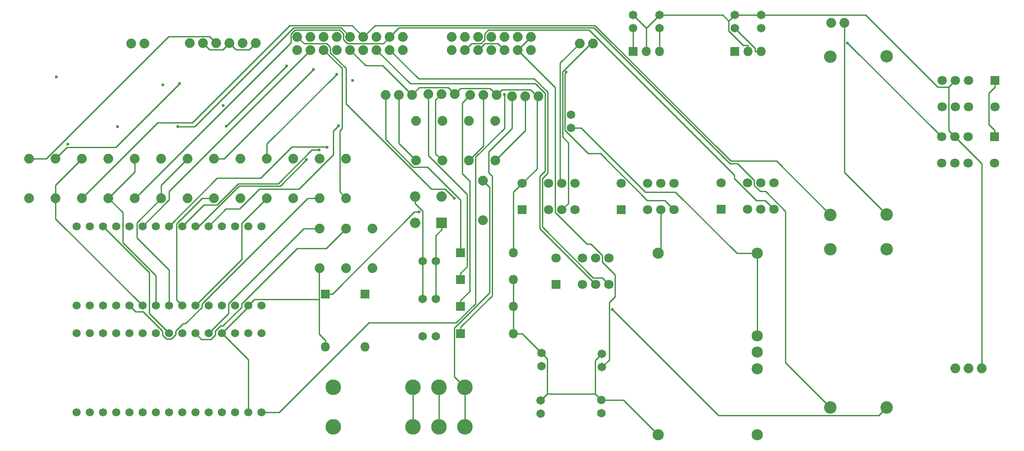
<source format=gbr>
G04 #@! TF.FileFunction,Copper,L2,Inr,Signal*
%FSLAX46Y46*%
G04 Gerber Fmt 4.6, Leading zero omitted, Abs format (unit mm)*
G04 Created by KiCad (PCBNEW 4.0.6) date 03/02/20 07:40:08*
%MOMM*%
%LPD*%
G01*
G04 APERTURE LIST*
%ADD10C,0.100000*%
%ADD11C,1.651000*%
%ADD12R,1.800000X1.800000*%
%ADD13O,1.800000X1.800000*%
%ADD14C,1.800000*%
%ADD15C,3.000000*%
%ADD16C,1.879600*%
%ADD17C,1.574800*%
%ADD18C,2.159000*%
%ADD19C,2.400000*%
%ADD20O,2.400000X2.400000*%
%ADD21O,2.000000X2.000000*%
%ADD22R,2.000000X2.000000*%
%ADD23C,0.600000*%
%ADD24C,0.250000*%
G04 APERTURE END LIST*
D10*
D11*
X107955000Y-86847300D03*
X105415000Y-86847300D03*
X107955000Y-94086300D03*
X105415000Y-94086300D03*
X107955000Y-101325000D03*
X105415000Y-101325000D03*
X150940000Y-41973500D03*
X150940000Y-39433500D03*
X145860000Y-41973500D03*
X145860000Y-39433500D03*
X165481000Y-41973500D03*
X165481000Y-39433500D03*
X170561000Y-41973500D03*
X170561000Y-39433500D03*
D12*
X86741000Y-93154500D03*
D13*
X86741000Y-103314500D03*
D12*
X94361000Y-93154500D03*
D13*
X94361000Y-103314500D03*
D14*
X124587000Y-71882000D03*
X129667000Y-71882000D03*
X132207000Y-71882000D03*
X134747000Y-71882000D03*
X134747000Y-76962000D03*
X132207000Y-76962000D03*
X129667000Y-76962000D03*
D12*
X124587000Y-76962000D03*
D14*
X131064000Y-86233000D03*
X136144000Y-86233000D03*
X138684000Y-86233000D03*
X141224000Y-86233000D03*
X141224000Y-91313000D03*
X138684000Y-91313000D03*
X136144000Y-91313000D03*
D12*
X131064000Y-91313000D03*
D15*
X88248500Y-111125000D03*
X88248500Y-118745000D03*
X108568500Y-111125000D03*
X113568500Y-118745000D03*
X103568500Y-118745000D03*
X103568500Y-111125000D03*
X108568500Y-118745000D03*
X113568500Y-111125000D03*
D16*
X98298000Y-54800500D03*
X100838000Y-54800500D03*
X103378000Y-54800500D03*
X106490000Y-54673500D03*
X109030000Y-54673500D03*
X111570000Y-54673500D03*
X114554000Y-54800500D03*
X117094000Y-54800500D03*
X119634000Y-54800500D03*
X122618000Y-55054500D03*
X125158000Y-55054500D03*
X127698000Y-55054500D03*
X34861500Y-74706600D03*
X34861500Y-67086600D03*
X39941500Y-74706600D03*
X39941500Y-67086600D03*
X45021500Y-74706600D03*
X45021500Y-67086600D03*
X50101500Y-74706600D03*
X50101500Y-67086600D03*
X55181500Y-74706600D03*
X55181500Y-67086600D03*
X60261500Y-74706600D03*
X60261500Y-67086600D03*
X104140000Y-67437000D03*
X104140000Y-59817000D03*
X109220000Y-67437000D03*
X109220000Y-59817000D03*
X114300000Y-67437000D03*
X114300000Y-59817000D03*
X119380000Y-67437000D03*
X119380000Y-59817000D03*
X65341500Y-74706600D03*
X65341500Y-67086600D03*
X70421500Y-74706600D03*
X70421500Y-67086600D03*
X75501500Y-74706600D03*
X75501500Y-67086600D03*
X80581500Y-74706600D03*
X80581500Y-67086600D03*
X85661500Y-74706600D03*
X85661500Y-67086600D03*
X90741500Y-74706600D03*
X90741500Y-67086600D03*
X85661500Y-88201500D03*
X85661500Y-80581500D03*
X90741500Y-88201500D03*
X90741500Y-80581500D03*
X95821500Y-88201500D03*
X95821500Y-80581500D03*
X117069000Y-78943200D03*
X117069000Y-71323200D03*
D17*
X74422000Y-95377000D03*
X74422000Y-80137000D03*
X71882000Y-95377000D03*
X71882000Y-80137000D03*
X69342000Y-95377000D03*
X69342000Y-80137000D03*
X66802000Y-95377000D03*
X66802000Y-80137000D03*
X64262000Y-95377000D03*
X64262000Y-80137000D03*
X61722000Y-95377000D03*
X61722000Y-80137000D03*
X59182000Y-95377000D03*
X59182000Y-80137000D03*
X56642000Y-95377000D03*
X56642000Y-80137000D03*
X54102000Y-95377000D03*
X54102000Y-80137000D03*
X51562000Y-95377000D03*
X51562000Y-80137000D03*
X49022000Y-95377000D03*
X49022000Y-80137000D03*
X46482000Y-95377000D03*
X46482000Y-80137000D03*
X43942000Y-95377000D03*
X43942000Y-80137000D03*
X41402000Y-95377000D03*
X41402000Y-80137000D03*
X38862000Y-95377000D03*
X38862000Y-80137000D03*
X74422000Y-115951000D03*
X74422000Y-100711000D03*
X71882000Y-115951000D03*
X71882000Y-100711000D03*
X69342000Y-115951000D03*
X69342000Y-100711000D03*
X66802000Y-115951000D03*
X66802000Y-100711000D03*
X64262000Y-115951000D03*
X64262000Y-100711000D03*
X61722000Y-115951000D03*
X61722000Y-100711000D03*
X59182000Y-115951000D03*
X59182000Y-100711000D03*
X56642000Y-115951000D03*
X56642000Y-100711000D03*
X54102000Y-115951000D03*
X54102000Y-100711000D03*
X51562000Y-115951000D03*
X51562000Y-100711000D03*
X49022000Y-115951000D03*
X49022000Y-100711000D03*
X46482000Y-115951000D03*
X46482000Y-100711000D03*
X43942000Y-115951000D03*
X43942000Y-100711000D03*
X41402000Y-115951000D03*
X41402000Y-100711000D03*
X38862000Y-115951000D03*
X38862000Y-100711000D03*
D12*
X145860000Y-46482000D03*
D13*
X148400000Y-46482000D03*
X150940000Y-46482000D03*
D12*
X165481000Y-46482000D03*
D13*
X168021000Y-46482000D03*
X170561000Y-46482000D03*
D18*
X150749000Y-120269000D03*
X169799000Y-120269000D03*
X169799000Y-107569000D03*
X169799000Y-104394000D03*
X169799000Y-101219000D03*
X169799000Y-85344000D03*
X150749000Y-85344000D03*
D16*
X60642500Y-44831000D03*
X63182500Y-44831000D03*
X65722500Y-44831000D03*
X68262500Y-44831000D03*
X70802500Y-44831000D03*
X73342500Y-44831000D03*
X81343500Y-46164500D03*
X81343500Y-43624500D03*
X83883500Y-46164500D03*
X83883500Y-43624500D03*
X86423500Y-46164500D03*
X86423500Y-43624500D03*
X88963500Y-46164500D03*
X88963500Y-43624500D03*
X91503500Y-46164500D03*
X91503500Y-43624500D03*
X94043500Y-46164500D03*
X94043500Y-43624500D03*
X96583500Y-46164500D03*
X96583500Y-43624500D03*
X99123500Y-46164500D03*
X99123500Y-43624500D03*
X101663500Y-46164500D03*
X101663500Y-43624500D03*
X110998000Y-46164500D03*
X110998000Y-43624500D03*
X113538000Y-46164500D03*
X113538000Y-43624500D03*
X116078000Y-46164500D03*
X116078000Y-43624500D03*
X118618000Y-46164500D03*
X118618000Y-43624500D03*
X121158000Y-46164500D03*
X121158000Y-43624500D03*
X123698000Y-46164500D03*
X123698000Y-43624500D03*
X126238000Y-46164500D03*
X126238000Y-43624500D03*
D11*
X139776000Y-116103000D03*
X139776000Y-113563000D03*
X128270000Y-107061000D03*
X128270000Y-104521000D03*
X139929000Y-107239000D03*
X139929000Y-104699000D03*
X128143000Y-116230000D03*
X128143000Y-113690000D03*
X133985000Y-61214000D03*
X133985000Y-58674000D03*
D19*
X183832000Y-77914500D03*
D20*
X183832000Y-47434500D03*
D19*
X183832000Y-114998000D03*
D20*
X183832000Y-84518000D03*
D19*
X194628000Y-77851000D03*
D20*
X194628000Y-47371000D03*
D19*
X194691000Y-114998000D03*
D20*
X194691000Y-84518000D03*
D21*
X103955000Y-79481300D03*
X109035000Y-74401300D03*
X103955000Y-74401300D03*
D22*
X109035000Y-79481300D03*
D16*
X29781500Y-74706600D03*
X29781500Y-67086600D03*
X138176000Y-44894500D03*
X135636000Y-44894500D03*
X49403000Y-44894500D03*
X51943000Y-44894500D03*
D12*
X112740000Y-85191600D03*
D13*
X122900000Y-85191600D03*
D12*
X112740000Y-90388400D03*
D13*
X122900000Y-90388400D03*
D12*
X112740000Y-95585300D03*
D13*
X122900000Y-95585300D03*
D12*
X112740000Y-100782000D03*
D13*
X122900000Y-100782000D03*
D16*
X207889000Y-107483000D03*
X210429000Y-107483000D03*
X212969000Y-107483000D03*
X186538000Y-40970200D03*
X183998000Y-40970200D03*
D14*
X143637000Y-71882000D03*
X148717000Y-71882000D03*
X151257000Y-71882000D03*
X153797000Y-71882000D03*
X153797000Y-76962000D03*
X151257000Y-76962000D03*
X148717000Y-76962000D03*
D12*
X143637000Y-76962000D03*
D14*
X162865000Y-71755000D03*
X167945000Y-71755000D03*
X170485000Y-71755000D03*
X173025000Y-71755000D03*
X173025000Y-76835000D03*
X170485000Y-76835000D03*
X167945000Y-76835000D03*
D12*
X162865000Y-76835000D03*
D14*
X215519000Y-57150000D03*
X210439000Y-57150000D03*
X207899000Y-57150000D03*
X205359000Y-57150000D03*
X205359000Y-52070000D03*
X207899000Y-52070000D03*
X210439000Y-52070000D03*
D12*
X215519000Y-52070000D03*
D14*
X215392000Y-67945000D03*
X210312000Y-67945000D03*
X207772000Y-67945000D03*
X205232000Y-67945000D03*
X205232000Y-62865000D03*
X207772000Y-62865000D03*
X210312000Y-62865000D03*
D12*
X215392000Y-62865000D03*
D23*
X37202900Y-64309100D03*
X141958100Y-96194000D03*
X55446400Y-52874600D03*
X121140700Y-54735600D03*
X104735500Y-77397200D03*
X46774400Y-60952400D03*
X58357600Y-60975900D03*
X58706500Y-52676500D03*
X79299300Y-49225100D03*
X67707100Y-60817300D03*
X67062100Y-56887700D03*
X111519200Y-74716700D03*
X91977800Y-52036600D03*
X84465000Y-49910200D03*
X88946800Y-50821000D03*
X89264500Y-60738400D03*
X83120600Y-67323300D03*
X85501900Y-65447500D03*
X87100000Y-64891500D03*
X34988500Y-51332200D03*
X133074700Y-50466400D03*
X187173200Y-44806200D03*
D24*
X107955000Y-81886600D02*
X107955000Y-86847300D01*
X109035000Y-80806600D02*
X107955000Y-81886600D01*
X109035000Y-79481300D02*
X109035000Y-80806600D01*
X107955000Y-94086300D02*
X107955000Y-86847300D01*
X162292800Y-116528700D02*
X141958100Y-96194000D01*
X193160300Y-116528700D02*
X162292800Y-116528700D01*
X194691000Y-114998000D02*
X193160300Y-116528700D01*
X89473400Y-73438500D02*
X90741500Y-74706600D01*
X89473400Y-61737900D02*
X89473400Y-73438500D01*
X89907900Y-61303400D02*
X89473400Y-61737900D01*
X89907900Y-49648900D02*
X89907900Y-61303400D01*
X86423500Y-46164500D02*
X89907900Y-49648900D01*
X169335700Y-45828200D02*
X165481000Y-41973500D01*
X169335700Y-46482000D02*
X169335700Y-45828200D01*
X170561000Y-46482000D02*
X169335700Y-46482000D01*
X150940000Y-46482000D02*
X150940000Y-41973500D01*
X145860000Y-46482000D02*
X145860000Y-41973500D01*
X214293700Y-54520600D02*
X215519000Y-53295300D01*
X214293700Y-60541400D02*
X214293700Y-54520600D01*
X215392000Y-61639700D02*
X214293700Y-60541400D01*
X215392000Y-62865000D02*
X215392000Y-61639700D01*
X215519000Y-52070000D02*
X215519000Y-53295300D01*
X121140700Y-61233200D02*
X121140700Y-54735600D01*
X115574500Y-66799400D02*
X121140700Y-61233200D01*
X115574500Y-95028300D02*
X115574500Y-66799400D01*
X111893600Y-98709200D02*
X115574500Y-95028300D01*
X95102300Y-98709200D02*
X111893600Y-98709200D01*
X77860500Y-115951000D02*
X95102300Y-98709200D01*
X74422000Y-115951000D02*
X77860500Y-115951000D01*
X117348000Y-44894500D02*
X116078000Y-46164500D01*
X119888000Y-44894500D02*
X117348000Y-44894500D01*
X121158000Y-46164500D02*
X119888000Y-44894500D01*
X126238000Y-43624500D02*
X123698000Y-46164500D01*
X141318100Y-105849900D02*
X139929000Y-107239000D01*
X141318200Y-105849900D02*
X141318100Y-105849900D01*
X141318200Y-94804500D02*
X141318200Y-105849900D01*
X142450200Y-93672500D02*
X141318200Y-94804500D01*
X142450200Y-89473400D02*
X142450200Y-93672500D01*
X139954200Y-86977400D02*
X142450200Y-89473400D01*
X139954200Y-85749800D02*
X139954200Y-86977400D01*
X137747600Y-83543200D02*
X139954200Y-85749800D01*
X137012000Y-83543200D02*
X137747600Y-83543200D01*
X130937000Y-77468200D02*
X137012000Y-83543200D01*
X130937000Y-53403500D02*
X130937000Y-77468200D01*
X123698000Y-46164500D02*
X130937000Y-53403500D01*
X33072300Y-67086600D02*
X29781500Y-67086600D01*
X56595600Y-43563300D02*
X33072300Y-67086600D01*
X64454800Y-43563300D02*
X56595600Y-43563300D01*
X65722500Y-44831000D02*
X64454800Y-43563300D01*
X169799000Y-85344000D02*
X169799000Y-101219000D01*
X108568500Y-118745000D02*
X108568500Y-111125000D01*
X135923700Y-61214000D02*
X133985000Y-61214000D01*
X148263100Y-73553400D02*
X135923700Y-61214000D01*
X154054200Y-73553400D02*
X148263100Y-73553400D01*
X165844800Y-85344000D02*
X154054200Y-73553400D01*
X169799000Y-85344000D02*
X165844800Y-85344000D01*
X137762000Y-44894500D02*
X138176000Y-44894500D01*
X132330100Y-50326400D02*
X137762000Y-44894500D01*
X132330100Y-62912100D02*
X132330100Y-50326400D01*
X133443300Y-64025300D02*
X132330100Y-62912100D01*
X133443300Y-75725700D02*
X133443300Y-64025300D01*
X132207000Y-76962000D02*
X133443300Y-75725700D01*
X131840600Y-71515600D02*
X132207000Y-71882000D01*
X131840600Y-48689900D02*
X131840600Y-71515600D01*
X135636000Y-44894500D02*
X131840600Y-48689900D01*
X103838900Y-77397200D02*
X104735500Y-77397200D01*
X88081600Y-93154500D02*
X103838900Y-77397200D01*
X86741000Y-93154500D02*
X88081600Y-93154500D01*
X61541300Y-60975900D02*
X58357600Y-60975900D01*
X80629500Y-41887700D02*
X61541300Y-60975900D01*
X89766700Y-41887700D02*
X80629500Y-41887700D01*
X91503500Y-43624500D02*
X89766700Y-41887700D01*
X46448500Y-64934500D02*
X58706500Y-52676500D01*
X37013600Y-64934500D02*
X46448500Y-64934500D01*
X34861500Y-67086600D02*
X37013600Y-64934500D01*
X67707100Y-60817300D02*
X79299300Y-49225100D01*
X109724900Y-72922400D02*
X111519200Y-74716700D01*
X107130400Y-72922400D02*
X109724900Y-72922400D01*
X90721800Y-56513800D02*
X107130400Y-72922400D01*
X90721800Y-49711900D02*
X90721800Y-56513800D01*
X87693500Y-46683600D02*
X90721800Y-49711900D01*
X87693500Y-45616000D02*
X87693500Y-46683600D01*
X86976800Y-44899300D02*
X87693500Y-45616000D01*
X82618300Y-44899300D02*
X86976800Y-44899300D01*
X81343500Y-43624500D02*
X82618300Y-44899300D01*
X67288600Y-67086600D02*
X84465000Y-49910200D01*
X65341500Y-67086600D02*
X67288600Y-67086600D01*
X56703600Y-73344400D02*
X83883500Y-46164500D01*
X56703600Y-74995400D02*
X56703600Y-73344400D01*
X51562000Y-80137000D02*
X56703600Y-74995400D01*
X75501500Y-64266300D02*
X88946800Y-50821000D01*
X75501500Y-67086600D02*
X75501500Y-64266300D01*
X127970400Y-80599400D02*
X138684000Y-91313000D01*
X127970400Y-70474000D02*
X127970400Y-80599400D01*
X128979800Y-69464600D02*
X127970400Y-70474000D01*
X128979800Y-54493600D02*
X128979800Y-69464600D01*
X127089100Y-52602900D02*
X128979800Y-54493600D01*
X103021900Y-52602900D02*
X127089100Y-52602900D01*
X96583500Y-46164500D02*
X103021900Y-52602900D01*
X139998600Y-90087600D02*
X141224000Y-91313000D01*
X138232500Y-90087600D02*
X139998600Y-90087600D01*
X128420700Y-80275800D02*
X138232500Y-90087600D01*
X128420700Y-70885600D02*
X128420700Y-80275800D01*
X129435100Y-69871200D02*
X128420700Y-70885600D01*
X129435100Y-54283200D02*
X129435100Y-69871200D01*
X126855900Y-51704000D02*
X129435100Y-54283200D01*
X104663000Y-51704000D02*
X126855900Y-51704000D01*
X99123500Y-46164500D02*
X104663000Y-51704000D01*
X68072000Y-96901000D02*
X64262000Y-100711000D01*
X68072000Y-95071300D02*
X68072000Y-96901000D01*
X82561800Y-80581500D02*
X68072000Y-95071300D01*
X85661500Y-80581500D02*
X82561800Y-80581500D01*
X100838000Y-64135000D02*
X100838000Y-54800500D01*
X104140000Y-67437000D02*
X100838000Y-64135000D01*
X107928700Y-55774800D02*
X109030000Y-54673500D01*
X107928700Y-66145700D02*
X107928700Y-55774800D01*
X109220000Y-67437000D02*
X107928700Y-66145700D01*
X117094000Y-64643000D02*
X117094000Y-54800500D01*
X114300000Y-67437000D02*
X117094000Y-64643000D01*
X125158000Y-61659000D02*
X119380000Y-67437000D01*
X125158000Y-55054500D02*
X125158000Y-61659000D01*
X88208400Y-61794500D02*
X89264500Y-60738400D01*
X88208400Y-66379400D02*
X88208400Y-61794500D01*
X81619800Y-72968000D02*
X88208400Y-66379400D01*
X73995900Y-72968000D02*
X81619800Y-72968000D01*
X70181000Y-76782900D02*
X73995900Y-72968000D01*
X67616100Y-76782900D02*
X70181000Y-76782900D01*
X64262000Y-80137000D02*
X67616100Y-76782900D01*
X70612100Y-79596000D02*
X75501500Y-74706600D01*
X70612100Y-86486900D02*
X70612100Y-79596000D01*
X61722000Y-95377000D02*
X70612100Y-86486900D01*
X62337200Y-80137000D02*
X61722000Y-80137000D01*
X70111300Y-72362900D02*
X62337200Y-80137000D01*
X78081000Y-72362900D02*
X70111300Y-72362900D01*
X83120600Y-67323300D02*
X78081000Y-72362900D01*
X63025900Y-74706600D02*
X65341500Y-74706600D01*
X58069200Y-79663300D02*
X63025900Y-74706600D01*
X58069200Y-94264200D02*
X58069200Y-79663300D01*
X59182000Y-95377000D02*
X58069200Y-94264200D01*
X63347300Y-75971700D02*
X59182000Y-80137000D01*
X65865600Y-75971700D02*
X63347300Y-75971700D01*
X69924800Y-71912500D02*
X65865600Y-75971700D01*
X77622900Y-71912500D02*
X69924800Y-71912500D01*
X84087900Y-65447500D02*
X77622900Y-71912500D01*
X85501900Y-65447500D02*
X84087900Y-65447500D01*
X55181500Y-72166600D02*
X55181500Y-74706600D01*
X60261500Y-67086600D02*
X55181500Y-72166600D01*
X50444200Y-79443900D02*
X55181500Y-74706600D01*
X50444200Y-82371900D02*
X50444200Y-79443900D01*
X56642000Y-88569700D02*
X50444200Y-82371900D01*
X56642000Y-95377000D02*
X56642000Y-88569700D01*
X87030700Y-64822200D02*
X87100000Y-64891500D01*
X80323600Y-64822200D02*
X87030700Y-64822200D01*
X74281300Y-70864500D02*
X80323600Y-64822200D01*
X65914500Y-70864500D02*
X74281300Y-70864500D01*
X56642000Y-80137000D02*
X65914500Y-70864500D01*
X50101500Y-69626600D02*
X45021500Y-74706600D01*
X50101500Y-67086600D02*
X50101500Y-69626600D01*
X54102000Y-89642000D02*
X54102000Y-95377000D01*
X47752000Y-83292000D02*
X54102000Y-89642000D01*
X47752000Y-77437100D02*
X47752000Y-83292000D01*
X45021500Y-74706600D02*
X47752000Y-77437100D01*
X34861500Y-78676500D02*
X34861500Y-74706600D01*
X51562000Y-95377000D02*
X34861500Y-78676500D01*
X34861500Y-72166600D02*
X34861500Y-74706600D01*
X39941500Y-67086600D02*
X34861500Y-72166600D01*
X50261800Y-96616800D02*
X49022000Y-95377000D01*
X51654900Y-96616800D02*
X50261800Y-96616800D01*
X55372000Y-100333900D02*
X51654900Y-96616800D01*
X55372000Y-101023600D02*
X55372000Y-100333900D01*
X56176400Y-101828000D02*
X55372000Y-101023600D01*
X57100100Y-101828000D02*
X56176400Y-101828000D01*
X57912000Y-101016100D02*
X57100100Y-101828000D01*
X57912000Y-100329100D02*
X57912000Y-101016100D01*
X59348500Y-98892600D02*
X57912000Y-100329100D01*
X59827500Y-98892600D02*
X59348500Y-98892600D01*
X62995800Y-95724300D02*
X59827500Y-98892600D01*
X62995800Y-95044600D02*
X62995800Y-95724300D01*
X83333800Y-74706600D02*
X62995800Y-95044600D01*
X85661500Y-74706600D02*
X83333800Y-74706600D01*
X52832000Y-89027000D02*
X43942000Y-80137000D01*
X52832000Y-96901000D02*
X52832000Y-89027000D01*
X56642000Y-100711000D02*
X52832000Y-96901000D01*
X86931500Y-84391500D02*
X90741500Y-80581500D01*
X81265400Y-84391500D02*
X86931500Y-84391500D01*
X70612000Y-95044900D02*
X81265400Y-84391500D01*
X70612000Y-95725800D02*
X70612000Y-95044900D01*
X67023800Y-99314000D02*
X70612000Y-95725800D01*
X66552000Y-99314000D02*
X67023800Y-99314000D01*
X65532000Y-100334000D02*
X66552000Y-99314000D01*
X65532000Y-101029200D02*
X65532000Y-100334000D01*
X64687700Y-101873500D02*
X65532000Y-101029200D01*
X62884500Y-101873500D02*
X64687700Y-101873500D01*
X61722000Y-100711000D02*
X62884500Y-101873500D01*
X103568500Y-111125000D02*
X103568500Y-118745000D01*
X113568500Y-118745000D02*
X113568500Y-111125000D01*
X118334200Y-72588400D02*
X117069000Y-71323200D01*
X118334200Y-92905500D02*
X118334200Y-72588400D01*
X111514600Y-99725100D02*
X118334200Y-92905500D01*
X111514600Y-109071100D02*
X111514600Y-99725100D01*
X113568500Y-111125000D02*
X111514600Y-109071100D01*
X144043000Y-113563000D02*
X139776000Y-113563000D01*
X150749000Y-120269000D02*
X144043000Y-113563000D01*
X71882000Y-105791000D02*
X71882000Y-115951000D01*
X66802000Y-100711000D02*
X71882000Y-105791000D01*
X86741000Y-103314500D02*
X86741000Y-102089200D01*
X212969000Y-68062000D02*
X207772000Y-62865000D01*
X212969000Y-107483000D02*
X212969000Y-68062000D01*
X71882000Y-95631000D02*
X66802000Y-100711000D01*
X71882000Y-95377000D02*
X71882000Y-95631000D01*
X73058300Y-94200700D02*
X85515700Y-94200700D01*
X71882000Y-95377000D02*
X73058300Y-94200700D01*
X85515700Y-88347300D02*
X85515700Y-94200700D01*
X85661500Y-88201500D02*
X85515700Y-88347300D01*
X85515700Y-100863900D02*
X86741000Y-102089200D01*
X85515700Y-94200700D02*
X85515700Y-100863900D01*
X122900000Y-95585300D02*
X122900000Y-90388400D01*
X127698000Y-55054500D02*
X127430700Y-55054500D01*
X145860000Y-39433500D02*
X148400000Y-41973500D01*
X148400000Y-46482000D02*
X148400000Y-41973500D01*
X104771500Y-53407000D02*
X103378000Y-54800500D01*
X110303500Y-53407000D02*
X104771500Y-53407000D01*
X111570000Y-54673500D02*
X110303500Y-53407000D01*
X126160500Y-53784300D02*
X127430700Y-55054500D01*
X120650200Y-53784300D02*
X126160500Y-53784300D01*
X119634000Y-54800500D02*
X120650200Y-53784300D01*
X112717500Y-53526000D02*
X111570000Y-54673500D01*
X118359500Y-53526000D02*
X112717500Y-53526000D01*
X119634000Y-54800500D02*
X118359500Y-53526000D01*
X64450700Y-46099200D02*
X63182500Y-44831000D01*
X66994300Y-46099200D02*
X64450700Y-46099200D01*
X68262500Y-44831000D02*
X66994300Y-46099200D01*
X105415000Y-94086300D02*
X105415000Y-86847300D01*
X105415000Y-77186600D02*
X103955000Y-75726600D01*
X105415000Y-86847300D02*
X105415000Y-77186600D01*
X103955000Y-74401300D02*
X103955000Y-75726600D01*
X151257000Y-84836000D02*
X151257000Y-76962000D01*
X150749000Y-85344000D02*
X151257000Y-84836000D01*
X122900000Y-73569000D02*
X122900000Y-85191600D01*
X124587000Y-71882000D02*
X122900000Y-73569000D01*
X122900000Y-100782000D02*
X122900000Y-95585300D01*
X124531000Y-100782000D02*
X128270000Y-104521000D01*
X122900000Y-100782000D02*
X124531000Y-100782000D01*
X94496900Y-49157900D02*
X91503500Y-46164500D01*
X97735400Y-49157900D02*
X94496900Y-49157900D01*
X103378000Y-54800500D02*
X97735400Y-49157900D01*
X129425600Y-105676600D02*
X129425600Y-112407400D01*
X128270000Y-104521000D02*
X129425600Y-105676600D01*
X129425600Y-112407400D02*
X128143000Y-113690000D01*
X138620400Y-106007600D02*
X139929000Y-104699000D01*
X138620400Y-112407400D02*
X138620400Y-106007600D01*
X129425600Y-112407400D02*
X138620400Y-112407400D01*
X138620400Y-112407400D02*
X139776000Y-113563000D01*
X190610400Y-39433500D02*
X170561000Y-39433500D01*
X204516900Y-53340000D02*
X190610400Y-39433500D01*
X206629000Y-53340000D02*
X204516900Y-53340000D01*
X207899000Y-52070000D02*
X206629000Y-53340000D01*
X206629000Y-61722000D02*
X207772000Y-62865000D01*
X206629000Y-53340000D02*
X206629000Y-61722000D01*
X127430700Y-69038300D02*
X124587000Y-71882000D01*
X127430700Y-55054500D02*
X127430700Y-69038300D01*
X168021000Y-46482000D02*
X168021000Y-45256700D01*
X170561000Y-39433500D02*
X165481000Y-39433500D01*
X148400000Y-41973500D02*
X150940000Y-39433500D01*
X163145200Y-39433500D02*
X164313100Y-40601400D01*
X150940000Y-39433500D02*
X163145200Y-39433500D01*
X165481000Y-39433500D02*
X164313100Y-40601400D01*
X167102000Y-45256700D02*
X168021000Y-45256700D01*
X164313100Y-42467800D02*
X167102000Y-45256700D01*
X164313100Y-40601400D02*
X164313100Y-42467800D01*
X69530400Y-46098900D02*
X68262500Y-44831000D01*
X72074600Y-46098900D02*
X69530400Y-46098900D01*
X73342500Y-44831000D02*
X72074600Y-46098900D01*
X112740000Y-75052900D02*
X112740000Y-85191600D01*
X106390400Y-68703300D02*
X112740000Y-75052900D01*
X103573400Y-68703300D02*
X106390400Y-68703300D01*
X98298000Y-63427900D02*
X103573400Y-68703300D01*
X98298000Y-54800500D02*
X98298000Y-63427900D01*
X112740000Y-90388400D02*
X112740000Y-89163100D01*
X113965300Y-87937800D02*
X112740000Y-89163100D01*
X113965300Y-73992900D02*
X113965300Y-87937800D01*
X106490000Y-66517600D02*
X113965300Y-73992900D01*
X106490000Y-54673500D02*
X106490000Y-66517600D01*
X114450900Y-92649100D02*
X112740000Y-94360000D01*
X114450900Y-71393000D02*
X114450900Y-92649100D01*
X113016200Y-69958300D02*
X114450900Y-71393000D01*
X113016200Y-56338300D02*
X113016200Y-69958300D01*
X114554000Y-54800500D02*
X113016200Y-56338300D01*
X112740000Y-95585300D02*
X112740000Y-94360000D01*
X112740000Y-100782000D02*
X112740000Y-99556700D01*
X122618000Y-61264400D02*
X122618000Y-55054500D01*
X118114800Y-65767600D02*
X122618000Y-61264400D01*
X118114800Y-69846500D02*
X118114800Y-65767600D01*
X118784600Y-70516300D02*
X118114800Y-69846500D01*
X118784600Y-93512100D02*
X118784600Y-70516300D01*
X112740000Y-99556700D02*
X118784600Y-93512100D01*
X96249600Y-41418400D02*
X94043500Y-43624500D01*
X138535800Y-41418400D02*
X96249600Y-41418400D01*
X164678700Y-67561300D02*
X138535800Y-41418400D01*
X173478800Y-67561300D02*
X164678700Y-67561300D01*
X183832000Y-77914500D02*
X173478800Y-67561300D01*
X54480600Y-60167500D02*
X39941500Y-74706600D01*
X61143000Y-60167500D02*
X54480600Y-60167500D01*
X79877400Y-41433100D02*
X61143000Y-60167500D01*
X91852100Y-41433100D02*
X79877400Y-41433100D01*
X94043500Y-43624500D02*
X91852100Y-41433100D01*
X100879300Y-41868700D02*
X99123500Y-43624500D01*
X138349200Y-41868700D02*
X100879300Y-41868700D01*
X164492100Y-68011600D02*
X138349200Y-41868700D01*
X165984400Y-68011600D02*
X164492100Y-68011600D01*
X169215000Y-71242200D02*
X165984400Y-68011600D01*
X169215000Y-72277400D02*
X169215000Y-71242200D01*
X170332200Y-73394600D02*
X169215000Y-72277400D01*
X171367200Y-73394600D02*
X170332200Y-73394600D01*
X175207700Y-77235100D02*
X171367200Y-73394600D01*
X175207700Y-106373700D02*
X175207700Y-77235100D01*
X183832000Y-114998000D02*
X175207700Y-106373700D01*
X50157900Y-74706600D02*
X50101500Y-74706600D01*
X80078300Y-44786200D02*
X50157900Y-74706600D01*
X80078300Y-43100500D02*
X80078300Y-44786200D01*
X80840700Y-42338100D02*
X80078300Y-43100500D01*
X89506300Y-42338100D02*
X80840700Y-42338100D01*
X90233500Y-43065300D02*
X89506300Y-42338100D01*
X90233500Y-44173000D02*
X90233500Y-43065300D01*
X90950200Y-44889700D02*
X90233500Y-44173000D01*
X97858300Y-44889700D02*
X90950200Y-44889700D01*
X99123500Y-43624500D02*
X97858300Y-44889700D01*
X186538000Y-69761000D02*
X194628000Y-77851000D01*
X186538000Y-40970200D02*
X186538000Y-69761000D01*
X151998100Y-75163100D02*
X153797000Y-76962000D01*
X148651000Y-75163100D02*
X151998100Y-75163100D01*
X139604200Y-66116300D02*
X148651000Y-75163100D01*
X137259700Y-66116300D02*
X139604200Y-66116300D01*
X132780500Y-61637100D02*
X137259700Y-66116300D01*
X132780500Y-50760600D02*
X132780500Y-61637100D01*
X133074700Y-50466400D02*
X132780500Y-50760600D01*
X171315700Y-75125700D02*
X173025000Y-76835000D01*
X169568800Y-75125700D02*
X171315700Y-75125700D01*
X165405100Y-70962000D02*
X169568800Y-75125700D01*
X165405100Y-70289100D02*
X165405100Y-70962000D01*
X137435100Y-42319100D02*
X165405100Y-70289100D01*
X118078700Y-42319100D02*
X137435100Y-42319100D01*
X117348000Y-43049800D02*
X118078700Y-42319100D01*
X117348000Y-44200700D02*
X117348000Y-43049800D01*
X116654200Y-44894500D02*
X117348000Y-44200700D01*
X114808000Y-44894500D02*
X116654200Y-44894500D01*
X113538000Y-46164500D02*
X114808000Y-44894500D01*
X205232000Y-62865000D02*
X187173200Y-44806200D01*
M02*

</source>
